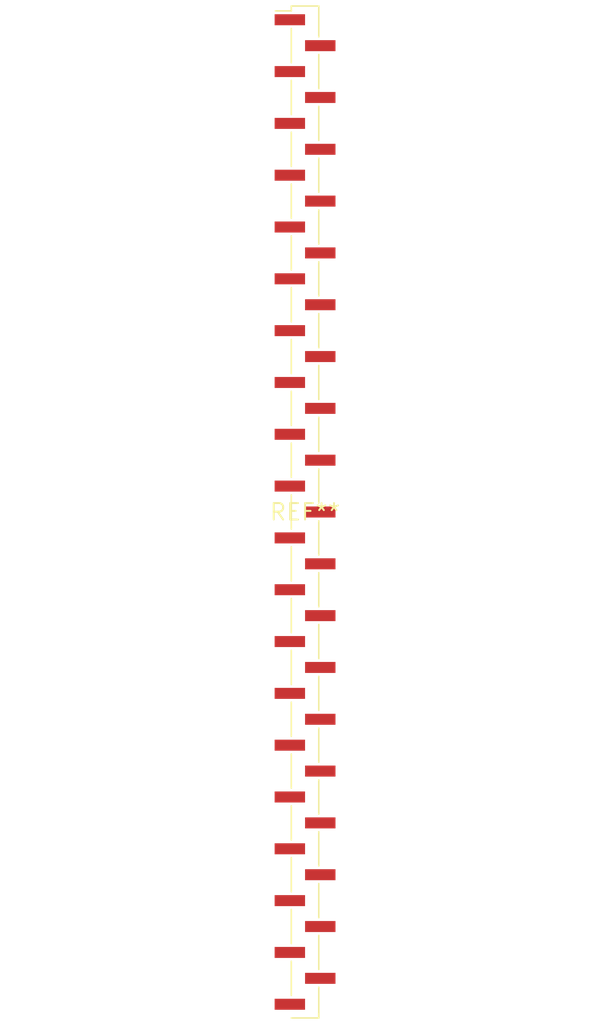
<source format=kicad_pcb>
(kicad_pcb (version 20240108) (generator pcbnew)
  (layers (0 "F.Cu" signal) (31 "B.Cu" signal) (34 "B.Paste" user) (35 "F.Paste" user) (36 "B.SilkS" user "B.Silkscreen") (37 "F.SilkS" user "F.Silkscreen") (38 "B.Mask" user) (39 "F.Mask" user) (44 "Edge.Cuts" user))
  (net 0 "")
  (footprint "PinHeader_1x39_P2.00mm_Vertical_SMD_Pin1Left" (layer "F.Cu") (at 0 0)
    (property "Reference" "REF**")
    (property "Value" "PinHeader_1x39_P2.00mm_Vertical_SMD_Pin1Left")
    (fp_line (start -1.06 -39.06) (end -1.06 -38.685) (layer "F.SilkS") (stroke (width 0.12)))
    (fp_line (start -1.06 -39.06) (end 1.06 -39.06) (layer "F.SilkS") (stroke (width 0.12)))
    (fp_line (start -1.06 -38.685) (end -2.29 -38.685) (layer "F.SilkS") (stroke (width 0.12)))
    (fp_line (start -1.06 -37.315) (end -1.06 -34.685) (layer "F.SilkS") (stroke (width 0.12)))
    (fp_line (start -1.06 -33.315) (end -1.06 -30.685) (layer "F.SilkS") (stroke (width 0.12)))
    (fp_line (start -1.06 -29.315) (end -1.06 -26.685) (layer "F.SilkS") (stroke (width 0.12)))
    (fp_line (start -1.06 -25.315) (end -1.06 -22.685) (layer "F.SilkS") (stroke (width 0.12)))
    (fp_line (start -1.06 -21.315) (end -1.06 -18.685) (layer "F.SilkS") (stroke (width 0.12)))
    (fp_line (start -1.06 -17.315) (end -1.06 -14.685) (layer "F.SilkS") (stroke (width 0.12)))
    (fp_line (start -1.06 -13.315) (end -1.06 -10.685) (layer "F.SilkS") (stroke (width 0.12)))
    (fp_line (start -1.06 -9.315) (end -1.06 -6.685) (layer "F.SilkS") (stroke (width 0.12)))
    (fp_line (start -1.06 -5.315) (end -1.06 -2.685) (layer "F.SilkS") (stroke (width 0.12)))
    (fp_line (start -1.06 -1.315) (end -1.06 1.315) (layer "F.SilkS") (stroke (width 0.12)))
    (fp_line (start -1.06 2.685) (end -1.06 5.315) (layer "F.SilkS") (stroke (width 0.12)))
    (fp_line (start -1.06 6.685) (end -1.06 9.315) (layer "F.SilkS") (stroke (width 0.12)))
    (fp_line (start -1.06 10.685) (end -1.06 13.315) (layer "F.SilkS") (stroke (width 0.12)))
    (fp_line (start -1.06 14.685) (end -1.06 17.315) (layer "F.SilkS") (stroke (width 0.12)))
    (fp_line (start -1.06 18.685) (end -1.06 21.315) (layer "F.SilkS") (stroke (width 0.12)))
    (fp_line (start -1.06 22.685) (end -1.06 25.315) (layer "F.SilkS") (stroke (width 0.12)))
    (fp_line (start -1.06 26.685) (end -1.06 29.315) (layer "F.SilkS") (stroke (width 0.12)))
    (fp_line (start -1.06 30.685) (end -1.06 33.315) (layer "F.SilkS") (stroke (width 0.12)))
    (fp_line (start -1.06 34.685) (end -1.06 37.315) (layer "F.SilkS") (stroke (width 0.12)))
    (fp_line (start -1.06 39.06) (end 1.06 39.06) (layer "F.SilkS") (stroke (width 0.12)))
    (fp_line (start 1.06 -39.06) (end 1.06 -36.685) (layer "F.SilkS") (stroke (width 0.12)))
    (fp_line (start 1.06 -35.315) (end 1.06 -32.685) (layer "F.SilkS") (stroke (width 0.12)))
    (fp_line (start 1.06 -31.315) (end 1.06 -28.685) (layer "F.SilkS") (stroke (width 0.12)))
    (fp_line (start 1.06 -27.315) (end 1.06 -24.685) (layer "F.SilkS") (stroke (width 0.12)))
    (fp_line (start 1.06 -23.315) (end 1.06 -20.685) (layer "F.SilkS") (stroke (width 0.12)))
    (fp_line (start 1.06 -19.315) (end 1.06 -16.685) (layer "F.SilkS") (stroke (width 0.12)))
    (fp_line (start 1.06 -15.315) (end 1.06 -12.685) (layer "F.SilkS") (stroke (width 0.12)))
    (fp_line (start 1.06 -11.315) (end 1.06 -8.685) (layer "F.SilkS") (stroke (width 0.12)))
    (fp_line (start 1.06 -7.315) (end 1.06 -4.685) (layer "F.SilkS") (stroke (width 0.12)))
    (fp_line (start 1.06 -3.315) (end 1.06 -0.685) (layer "F.SilkS") (stroke (width 0.12)))
    (fp_line (start 1.06 0.685) (end 1.06 3.315) (layer "F.SilkS") (stroke (width 0.12)))
    (fp_line (start 1.06 4.685) (end 1.06 7.315) (layer "F.SilkS") (stroke (width 0.12)))
    (fp_line (start 1.06 8.685) (end 1.06 11.315) (layer "F.SilkS") (stroke (width 0.12)))
    (fp_line (start 1.06 12.685) (end 1.06 15.315) (layer "F.SilkS") (stroke (width 0.12)))
    (fp_line (start 1.06 16.685) (end 1.06 19.315) (layer "F.SilkS") (stroke (width 0.12)))
    (fp_line (start 1.06 20.685) (end 1.06 23.315) (layer "F.SilkS") (stroke (width 0.12)))
    (fp_line (start 1.06 24.685) (end 1.06 27.315) (layer "F.SilkS") (stroke (width 0.12)))
    (fp_line (start 1.06 28.685) (end 1.06 31.315) (layer "F.SilkS") (stroke (width 0.12)))
    (fp_line (start 1.06 32.685) (end 1.06 35.315) (layer "F.SilkS") (stroke (width 0.12)))
    (fp_line (start 1.06 36.685) (end 1.06 39.06) (layer "F.SilkS") (stroke (width 0.12)))
    (fp_line (start 1.06 38.685) (end 1.06 39.06) (layer "F.SilkS") (stroke (width 0.12)))
    (pad "1" smd rect (at -1.175 -38) (size 2.35 0.85) (layers "F.Cu" "F.Paste" "F.Mask"))
    (pad "2" smd rect (at 1.175 -36) (size 2.35 0.85) (layers "F.Cu" "F.Paste" "F.Mask"))
    (pad "3" smd rect (at -1.175 -34) (size 2.35 0.85) (layers "F.Cu" "F.Paste" "F.Mask"))
    (pad "4" smd rect (at 1.175 -32) (size 2.35 0.85) (layers "F.Cu" "F.Paste" "F.Mask"))
    (pad "5" smd rect (at -1.175 -30) (size 2.35 0.85) (layers "F.Cu" "F.Paste" "F.Mask"))
    (pad "6" smd rect (at 1.175 -28) (size 2.35 0.85) (layers "F.Cu" "F.Paste" "F.Mask"))
    (pad "7" smd rect (at -1.175 -26) (size 2.35 0.85) (layers "F.Cu" "F.Paste" "F.Mask"))
    (pad "8" smd rect (at 1.175 -24) (size 2.35 0.85) (layers "F.Cu" "F.Paste" "F.Mask"))
    (pad "9" smd rect (at -1.175 -22) (size 2.35 0.85) (layers "F.Cu" "F.Paste" "F.Mask"))
    (pad "10" smd rect (at 1.175 -20) (size 2.35 0.85) (layers "F.Cu" "F.Paste" "F.Mask"))
    (pad "11" smd rect (at -1.175 -18) (size 2.35 0.85) (layers "F.Cu" "F.Paste" "F.Mask"))
    (pad "12" smd rect (at 1.175 -16) (size 2.35 0.85) (layers "F.Cu" "F.Paste" "F.Mask"))
    (pad "13" smd rect (at -1.175 -14) (size 2.35 0.85) (layers "F.Cu" "F.Paste" "F.Mask"))
    (pad "14" smd rect (at 1.175 -12) (size 2.35 0.85) (layers "F.Cu" "F.Paste" "F.Mask"))
    (pad "15" smd rect (at -1.175 -10) (size 2.35 0.85) (layers "F.Cu" "F.Paste" "F.Mask"))
    (pad "16" smd rect (at 1.175 -8) (size 2.35 0.85) (layers "F.Cu" "F.Paste" "F.Mask"))
    (pad "17" smd rect (at -1.175 -6) (size 2.35 0.85) (layers "F.Cu" "F.Paste" "F.Mask"))
    (pad "18" smd rect (at 1.175 -4) (size 2.35 0.85) (layers "F.Cu" "F.Paste" "F.Mask"))
    (pad "19" smd rect (at -1.175 -2) (size 2.35 0.85) (layers "F.Cu" "F.Paste" "F.Mask"))
    (pad "20" smd rect (at 1.175 0) (size 2.35 0.85) (layers "F.Cu" "F.Paste" "F.Mask"))
    (pad "21" smd rect (at -1.175 2) (size 2.35 0.85) (layers "F.Cu" "F.Paste" "F.Mask"))
    (pad "22" smd rect (at 1.175 4) (size 2.35 0.85) (layers "F.Cu" "F.Paste" "F.Mask"))
    (pad "23" smd rect (at -1.175 6) (size 2.35 0.85) (layers "F.Cu" "F.Paste" "F.Mask"))
    (pad "24" smd rect (at 1.175 8) (size 2.35 0.85) (layers "F.Cu" "F.Paste" "F.Mask"))
    (pad "25" smd rect (at -1.175 10) (size 2.35 0.85) (layers "F.Cu" "F.Paste" "F.Mask"))
    (pad "26" smd rect (at 1.175 12) (size 2.35 0.85) (layers "F.Cu" "F.Paste" "F.Mask"))
    (pad "27" smd rect (at -1.175 14) (size 2.35 0.85) (layers "F.Cu" "F.Paste" "F.Mask"))
    (pad "28" smd rect (at 1.175 16) (size 2.35 0.85) (layers "F.Cu" "F.Paste" "F.Mask"))
    (pad "29" smd rect (at -1.175 18) (size 2.35 0.85) (layers "F.Cu" "F.Paste" "F.Mask"))
    (pad "30" smd rect (at 1.175 20) (size 2.35 0.85) (layers "F.Cu" "F.Paste" "F.Mask"))
    (pad "31" smd rect (at -1.175 22) (size 2.35 0.85) (layers "F.Cu" "F.Paste" "F.Mask"))
    (pad "32" smd rect (at 1.175 24) (size 2.35 0.85) (layers "F.Cu" "F.Paste" "F.Mask"))
    (pad "33" smd rect (at -1.175 26) (size 2.35 0.85) (layers "F.Cu" "F.Paste" "F.Mask"))
    (pad "34" smd rect (at 1.175 28) (size 2.35 0.85) (layers "F.Cu" "F.Paste" "F.Mask"))
    (pad "35" smd rect (at -1.175 30) (size 2.35 0.85) (layers "F.Cu" "F.Paste" "F.Mask"))
    (pad "36" smd rect (at 1.175 32) (size 2.35 0.85) (layers "F.Cu" "F.Paste" "F.Mask"))
    (pad "37" smd rect (at -1.175 34) (size 2.35 0.85) (layers "F.Cu" "F.Paste" "F.Mask"))
    (pad "38" smd rect (at 1.175 36) (size 2.35 0.85) (layers "F.Cu" "F.Paste" "F.Mask"))
    (pad "39" smd rect (at -1.175 38) (size 2.35 0.85) (layers "F.Cu" "F.Paste" "F.Mask"))
  )
)
</source>
